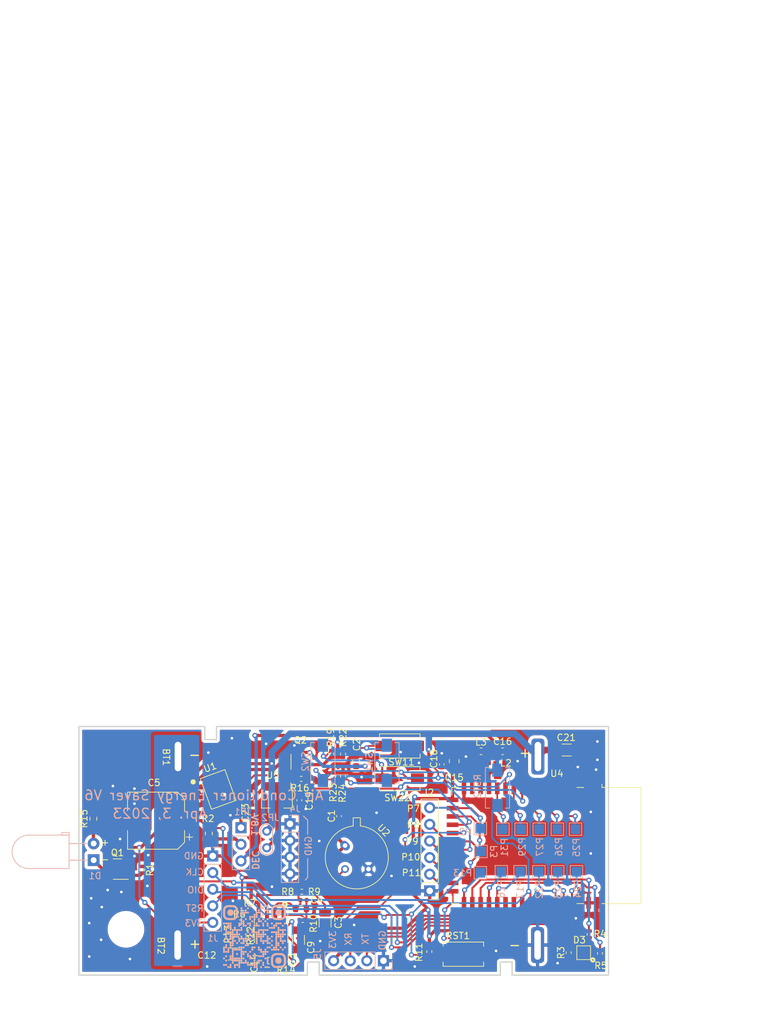
<source format=kicad_pcb>
(kicad_pcb (version 20211014) (generator pcbnew)
  (layers (0 "F.Cu" signal) (31 "B.Cu" signal) (34 "B.Paste" user) (35 "F.Paste" user) (36 "B.SilkS" user "B.Silkscreen") (37 "F.SilkS" user "F.Silkscreen") (38 "B.Mask" user) (39 "F.Mask" user) (44 "Edge.Cuts" user))
  (net 0 "")
  (net 1 "GND")
  (net 2 "Net-(D1-Pad1)")
  (net 3 "Net-(C2-Pad1)")
  (net 4 "Net-(C3-Pad1)")
  (net 5 "Net-(C4-Pad1)")
  (net 6 "Net-(C4-Pad2)")
  (net 7 "Net-(C9-Pad1)")
  (net 8 "Net-(C14-Pad1)")
  (net 9 "Net-(C12-Pad2)")
  (net 10 "/PIR")
  (net 11 "/OP_VCC")
  (net 12 "Net-(D1-Pad2)")
  (net 13 "Net-(D3-Pad1)")
  (net 14 "Net-(D3-Pad2)")
  (net 15 "Net-(D3-Pad4)")
  (net 16 "/RESET")
  (net 17 "/SWCLK")
  (net 18 "/SWDIO")
  (net 19 "Net-(L2-Pad2)")
  (net 20 "Net-(L3-Pad2)")
  (net 21 "/IR1")
  (net 22 "/LED_B")
  (net 23 "/LED_G")
  (net 24 "/LED_R")
  (net 25 "Net-(R7-Pad1)")
  (net 26 "/TX")
  (net 27 "/RX")
  (net 28 "Net-(J2-Pad2)")
  (net 29 "Net-(R19-Pad1)")
  (net 30 "Net-(R22-Pad1)")
  (net 31 "/SW2")
  (net 32 "/SW1")
  (net 33 "/IR_IN")
  (net 34 "+3V0")
  (net 35 "Net-(BT1-Pad2)")
  (net 36 "+1V8")
  (net 37 "/DEC4")
  (net 38 "Net-(JP1-Pad2)")
  (net 39 "Net-(Q1-Pad1)")
  (net 43 "Net-(C19-Pad1)")
  (net 44 "Net-(J2-Pad3)")
  (net 45 "Net-(J2-Pad4)")
  (net 46 "Net-(J2-Pad5)")
  (net 47 "Net-(J2-Pad6)")
  (net 48 "Net-(P3-Pad1)")
  (net 49 "Net-(P13-Pad1)")
  (net 50 "Net-(P16-Pad1)")
  (net 52 "Net-(P17-Pad1)")
  (net 53 "/DRV_IR")
  (net 54 "Net-(P23-Pad1)")
  (net 55 "Net-(P24-Pad1)")
  (net 56 "Net-(P25-Pad1)")
  (net 57 "Net-(P26-Pad1)")
  (net 58 "Net-(P27-Pad1)")
  (net 59 "Net-(P29-Pad1)")
  (net 60 "Net-(P31-Pad1)")
  (net 61 "Net-(P22-Pad1)")
  (net 62 "Net-(R13-Pad2)")
  (footprint "Capacitor_SMD:CP_Elec_8x10.5" (layer "F.Cu") (at 110.8 87.7 180)
    (fp_text reference "C5")
    (fp_text value "1000uF")
  )
  (footprint "Motion_sense:IRM-H638" (layer "F.Cu") (at 120.301 82.931 -70)
    (fp_text reference "U1")
    (fp_text value "IRM-H638T/TR2")
  )
  (footprint "Resistor_SMD:R_0402_1005Metric" (layer "F.Cu") (at 178.7 107.98 90)
    (fp_text reference "R5")
    (fp_text value "1K")
  )
  (footprint "Button_Switch_SMD:SW_SPST_EVQPE1" (layer "F.Cu") (at 148.082 76.28 180)
    (fp_text reference "SW11")
    (fp_text value "SW_Push")
  )
  (footprint "Resistor_SMD:R_0402_1005Metric" (layer "F.Cu") (at 123.698 103.251)
    (fp_text reference "R6")
    (fp_text value "13K")
  )
  (footprint "Package_TO_SOT_SMD:SOT-23" (layer "F.Cu") (at 133 78.2 90)
    (fp_text reference "Q2")
    (fp_text value "AO3401A")
  )
  (footprint "Capacitor_SMD:C_1206_3216Metric" (layer "F.Cu") (at 136.652 103.251 -90)
    (fp_text reference "C3")
    (fp_text value "22uF")
  )
  (footprint "Button_Switch_SMD:SW_SPST_EVQPE1" (layer "F.Cu") (at 157.8 108.1 180)
    (fp_text reference "RST1")
    (fp_text value "SW_Push")
  )
  (footprint "Capacitor_SMD:C_0603_1608Metric" (layer "F.Cu") (at 163.8 77.1)
    (fp_text reference "C16")
    (fp_text value "1uF")
  )
  (footprint "Connector_PinHeader_2.54mm:PinHeader_1x06_P2.54mm_Vertical" (layer "F.Cu") (at 152.654 98.425 180)
    (fp_text reference "J2")
    (fp_text value "Conn_01x06_Male")
  )
  (footprint "Resistor_SMD:R_0402_1005Metric" (layer "F.Cu") (at 152.6 107.7 90)
    (fp_text reference "R11")
    (fp_text value "10K")
  )
  (footprint "Resistor_SMD:R_0402_1005Metric" (layer "F.Cu") (at 133 81.3 180)
    (fp_text reference "R16")
    (fp_text value "47K")
  )
  (footprint "Resistor_SMD:R_0402_1005Metric" (layer "F.Cu") (at 108.7 95.2 -90)
    (fp_text reference "R1")
    (fp_text value "4.7K")
  )
  (footprint "RF_Module:E73-2G4M04S" (layer "F.Cu") (at 170.5 91.5 -90)
    (fp_text reference "U4")
    (fp_text value "E73-2G4M04S-52810")
  )
  (footprint "Inductor_SMD:L_0603_1608Metric" (layer "F.Cu") (at 160.5 77.1 180)
    (fp_text reference "L3")
    (fp_text value "10uH")
  )
  (footprint "Resistor_SMD:R_0402_1005Metric" (layer "F.Cu") (at 124.206 105.537 -90)
    (fp_text reference "R12")
    (fp_text value "470K")
  )
  (footprint "Resistor_SMD:R_0603_1608Metric" (layer "F.Cu") (at 118.872 89.662 -90)
    (fp_text reference "R2")
    (fp_text value "4.7K")
  )
  (footprint "Resistor_SMD:R_0603_1608Metric" (layer "F.Cu") (at 101.219 87.4 90)
    (fp_text reference "R15")
    (fp_text value "22R")
  )
  (footprint "Capacitor_SMD:C_0402_1005Metric" (layer "F.Cu") (at 154.5 79.1 90)
    (fp_text reference "C18")
    (fp_text value "100nF")
  )
  (footprint "Resistor_SMD:R_0402_1005Metric" (layer "F.Cu") (at 137.9 80.9 -90)
    (fp_text reference "R23")
    (fp_text value "10K")
  )
  (footprint "Resistor_SMD:R_0402_1005Metric" (layer "F.Cu") (at 133.096 98.552)
    (fp_text reference "R8")
    (fp_text value "10K")
  )
  (footprint "Resistor_SMD:R_0402_1005Metric" (layer "F.Cu") (at 133.223 102.87 180)
    (fp_text reference "R10")
    (fp_text value "30K")
  )
  (footprint "Resistor_SMD:R_0402_1005Metric" (layer "F.Cu") (at 137.6 77.5 -90)
    (fp_text reference "R19")
    (fp_text value "0R")
  )
  (footprint "Package_TO_SOT_SMD:SOT-89-3" (layer "F.Cu") (at 129.286 84.1125 -90)
    (fp_text reference "U5")
    (fp_text value "HT7218")
  )
  (footprint "Capacitor_SMD:C_0402_1005Metric" (layer "F.Cu") (at 132.715 84.582 90)
    (fp_text reference "C19")
    (fp_text value "100nF")
  )
  (footprint "Motion_sense:FM-B2020RGBA-HG" (layer "F.Cu") (at 176.2 107.88 180)
    (fp_text reference "D3")
    (fp_text value "LED_RGBA")
  )
  (footprint "Capacitor_SMD:C_0603_1608Metric" (layer "F.Cu") (at 141.4 78.6 90)
    (fp_text reference "C2")
    (fp_text value "4.7uF")
  )
  (footprint "Button_Switch_SMD:SW_SPST_EVQPE1" (layer "F.Cu") (at 148.082 81.28 180)
    (fp_text reference "SW22")
    (fp_text value "SW_Push")
  )
  (footprint "Resistor_SMD:R_0402_1005Metric" (layer "F.Cu") (at 125.857 99.06 180)
    (fp_text reference "R7")
    (fp_text value "47K")
  )
  (footprint "Resistor_SMD:R_0603_1608Metric" (layer "F.Cu") (at 132.969 101.219)
    (fp_text reference "R9")
    (fp_text value "2.1M")
  )
  (footprint "Capacitor_SMD:C_0402_1005Metric" (layer "F.Cu") (at 125.5 85.758 -90)
    (fp_text reference "C23")
    (fp_text value "100nF")
  )
  (footprint "Package_TO_SOT_THT:TO-39-3" (layer "F.Cu") (at 139.703949 91.503949 -45)
    (fp_text reference "U2")
    (fp_text value "PIR203A-S0")
  )
  (footprint "Package_SO:SOIC-8_3.9x4.9mm_P1.27mm" (layer "F.Cu") (at 128.397 104.394 -90)
    (fp_text reference "U3")
    (fp_text value "RS8032XK")
  )
  (footprint "Capacitor_SMD:C_0805_2012Metric" (layer "F.Cu") (at 156.4 78.6 90)
    (fp_text reference "C15")
    (fp_text value "4.7uF")
  )
  (footprint "Capacitor_SMD:C_1206_3216Metric" (layer "F.Cu") (at 132.588 105.918 -90)
    (fp_text reference "C9")
    (fp_text value "10uF")
  )
  (footprint "Motion_sense:AA Batt" (layer "F.Cu") (at 140.85 106.7 180)
    (fp_text reference "BT2")
    (fp_text value "Battery_Cell")
  )
  (footprint "Capacitor_SMD:C_0402_1005Metric" (layer "F.Cu") (at 133.35 99.822)
    (fp_text reference "C4")
    (fp_text value "10nF")
  )
  (footprint "Package_TO_SOT_SMD:SOT-23" (layer "F.Cu") (at 104.9 95.1 180)
    (fp_text reference "Q1")
    (fp_text value "BC817-40")
  )
  (footprint "Resistor_SMD:R_0402_1005Metric" (layer "F.Cu") (at 177.125 105.08 90)
    (fp_text reference "R4")
    (fp_text value "1K")
  )
  (footprint "Inductor_SMD:L_0402_1005Metric" (layer "F.Cu") (at 162.2 78.9 180)
    (fp_text reference "L2")
    (fp_text value "15nH")
  )
  (footprint "Capacitor_SMD:C_1206_3216Metric" (layer "F.Cu") (at 173.6 76.9 180)
    (fp_text reference "C21")
    (fp_text value "10uF")
  )
  (footprint "Capacitor_SMD:C_0603_1608Metric" (layer "F.Cu") (at 128.016 109.093)
    (fp_text reference "C14")
    (fp_text value "20nF")
  )
  (footprint "Capacitor_SMD:C_1206_3216Metric" (layer "F.Cu") (at 122.555 108.077)
    (fp_text reference "C12")
    (fp_text value "10uF")
  )
  (footprint "Resistor_SMD:R_0402_1005Metric" (layer "F.Cu") (at 173.9 107.88 90)
    (fp_text reference "R3")
    (fp_text value "1K")
  )
  (footprint "Capacitor_SMD:C_0402_1005Metric" (layer "F.Cu") (at 138.8 87 90)
    (fp_text reference "C1")
    (fp_text value "10nF")
  )
  (footprint "Resistor_SMD:R_0402_1005Metric" (layer "F.Cu") (at 123.063 105.537 90)
    (fp_text reference "R13")
    (fp_text value "300K")
  )
  (footprint "Resistor_SMD:R_0402_1005Metric" (layer "F.Cu") (at 139.4 77.5 -90)
    (fp_text reference "R22")
    (fp_text value "0R")
  )
  (footprint "Resistor_SMD:R_0402_1005Metric" (layer "F.Cu") (at 128.016 110.493)
    (fp_text reference "R14")
    (fp_text value "1M")
  )
  (footprint "Motion_sense:Mounting Hole 2.3mm" (layer "F.Cu") (at 106.2 104.3)
    (fp_text reference "H1")
    (fp_text value "MountingHole")
  )
  (footprint "Motion_sense:AA Batt" (layer "F.Cu") (at 142.45 77.9)
    (fp_text reference "BT1")
    (fp_text value "Battery_Cell")
  )
  (footprint "Resistor_SMD:R_0402_1005Metric" (layer "F.Cu") (at 139.4 80.9 -90)
    (fp_text reference "R24")
    (fp_text value "10K")
  )
  (footprint "TestPoint:TestPoint_Pad_1.5x1.5mm" (layer "B.Cu") (at 166.475 95.5 -90)
    (fp_text reference "P17")
    (fp_text value "TestPoint")
  )
  (footprint "Button_Switch_SMD:SW_SPST_EVQPE1" (layer "B.Cu") (at 146.113 78.867 90)
    (fp_text reference "SW1")
    (fp_text value "SW_Push")
  )
  (footprint "TestPoint:TestPoint_Pad_1.5x1.5mm" (layer "B.Cu") (at 163.85 89 -90)
    (fp_text reference "P31")
    (fp_text value "TestPoint")
  )
  (footprint "Connector_PinHeader_2.54mm:PinHeader_1x03_P2.54mm_Vertical" (layer "B.Cu") (at 123.793 88.773 180)
    (fp_text reference "JP1")
    (fp_text value "Jumper_3_Bridged12")
  )
  (footprint "TestPoint:TestPoint_Pad_1.5x1.5mm" (layer "B.Cu") (at 172.175 89 -90)
    (fp_text reference "P26")
    (fp_text value "TestPoint")
  )
  (footprint "Connector_PinHeader_2.54mm:PinHeader_1x04_P2.54mm_Vertical" (layer "B.Cu") (at 131.286 88.186 180)
    (fp_text reference "J4")
    (fp_text value "Conn_01x04_Male")
  )
  (footprint "TestPoint:TestPoint_Pad_1.5x1.5mm" (layer "B.Cu") (at 169.35 95.5 -90)
    (fp_text reference "P22")
    (fp_text value "TestPoint")
  )
  (footprint "TestPoint:TestPoint_Pad_1.5x1.5mm" (layer "B.Cu") (at 174.95 89 -90)
    (fp_text reference "P25")
    (fp_text value "TestPoint")
  )
  (footprint "Button_Switch_SMD:SW_SPST_EVQPE1" (layer "B.Cu") (at 136.313 78.867 90)
    (fp_text reference "SW2")
    (fp_text value "SW_Push")
  )
  (footprint "Connector_PinHeader_2.54mm:PinHeader_1x05_P2.54mm_Vertical" (layer "B.Cu") (at 119.475 93.096 180)
    (fp_text reference "J1")
    (fp_text value "Conn_01x05_Male")
  )
  (footprint "Connector_PinHeader_2.54mm:PinHeader_1x04_P2.54mm_Vertical" (layer "B.Cu") (at 145.58 109.1 90)
    (fp_text reference "J5")
    (fp_text value "Conn_01x04_Male")
  )
  (footprint "TestPoint:TestPoint_Pad_1.5x1.5mm" (layer "B.Cu") (at 160.5 92.4 180)
    (fp_text reference "P3")
    (fp_text value "TestPoint")
  )
  (footprint "TestPoint:TestPoint_Pad_1.5x1.5mm" (layer "B.Cu") (at 160.4 88.9 180)
    (fp_text reference "P2")
    (fp_text value "TestPoint")
  )
  (footprint "LOGO" (layer "B.Cu") (at 125.857 105.41 180)
    (fp_text reference "G***")
    (fp_text value "LOGO" hide)
  )
  (footprint "TestPoint:TestPoint_Pad_1.5x1.5mm" (layer "B.Cu") (at 163.6 95.5 -90)
    (fp_text reference "P16")
    (fp_text value "TestPoint")
  )
  (footprint "TestPoint:TestPoint_Pad_1.5x1.5mm" (layer "B.Cu") (at 166.625 89 -90)
    (fp_text reference "P29")
    (fp_text value "TestPoint")
  )
  (footprint "TestPoint:TestPoint_Pad_1.5x1.5mm" (layer "B.Cu") (at 160.4 95.65 -90)
    (fp_text reference "P13")
    (fp_text value "TestPoint")
  )
  (footprint "TestPoint:TestPoint_Pad_1.5x1.5mm" (layer "B.Cu") (at 172.225 95.5 -90)
    (fp_text reference "P23")
    (fp_text value "TestPoint")
  )
  (footprint "Button_Switch_SMD:SW_SPST_EVQPE1" (layer "B.Cu") (at 163.02 82.677 -90)
    (fp_text reference "RST2")
    (fp_text value "SW_Push")
  )
  (footprint "TestPoint:TestPoint_2Pads_Pitch2.54mm_Drill0.8mm" (layer "B.Cu") (at 127.73 89.301 -90)
    (fp_text reference "JP2")
    (fp_text value "Jumper_2_Open")
  )
  (footprint "LED_THT:LED_D5.0mm_Horizontal_O3.81mm_Z3.0mm" (layer "B.Cu") (at 101.254 93.731 90)
    (fp_text reference "D1")
    (fp_text value "IR333-A")
  )
  (footprint "TestPoint:TestPoint_Pad_1.5x1.5mm" (layer "B.Cu") (at 169.4 89 -90)
    (fp_text reference "P27")
    (fp_text value "TestPoint")
  )
  (footprint "TestPoint:TestPoint_Pad_1.5x1.5mm" (layer "B.Cu") (at 175.1 95.5 -90)
    (fp_text reference "P24")
    (fp_text value "TestPoint")
  )
  (gr_line (start 133.985 87.63) (end 133.985 89.789) (layer "B.SilkS") (width 0.15))
  (gr_line (start 133.985 96.393) (end 133.985 93.472) (layer "B.SilkS") (width 0.15))
  (gr_line (start 133.35 86.995) (end 133.985 87.63) (layer "B.SilkS") (width 0.15))
  (gr_line (start 133.604 96.774) (end 133.985 96.393) (layer "B.SilkS") (width 0.15))
  (gr_line (start 99 73.3) (end 118.25 73.3) (layer "Edge.Cuts") (width 0.2))
  (gr_line (start 120.05 75.3) (end 120.05 73.3) (layer "Edge.Cuts") (width 0.2))
  (gr_line (start 133.95 111.3) (end 133.95 109.3) (layer "Edge.Cuts") (width 0.2))
  (gr_line (start 163.45 109.3) (end 165.25 109.3) (layer "Edge.Cuts") (width 0.2))
  (gr_line (start 135.75 111.3) (end 163.45 111.3) (layer "Edge.Cuts") (width 0.2))
  (gr_line (start 99 111.3) (end 133.95 111.3) (layer "Edge.Cuts") (width 0.2))
  (gr_line (start 118.25 73.3) (end 118.25 75.3) (layer "Edge.Cuts") (width 0.2))
  (gr_line (start 133.95 109.3) (end 135.75 109.3) (layer "Edge.Cuts") (width 0.2))
  (gr_line (start 118.25 75.3) (end 120.05 75.3) (layer "Edge.Cuts") (width 0.2))
  (gr_line (start 120.05 73.3) (end 180 73.3) (layer "Edge.Cuts") (width 0.2))
  (gr_line (start 135.75 109.3) (end 135.75 111.3) (layer "Edge.Cuts") (width 0.2))
  (gr_line (start 180 73.3) (end 180 111.3) (layer "Edge.Cuts") (width 0.2))
  (gr_line (start 163.45 111.3) (end 163.45 109.3) (layer "Edge.Cuts") (width 0.2))
  (gr_line (start 99 111.3) (end 99 73.3) (layer "Edge.Cuts") (width 0.2))
  (gr_line (start 165.25 109.3) (end 165.25 111.3) (layer "Edge.Cuts") (width 0.2))
  (gr_line (start 165.25 111.3) (end 180 111.3) (layer "Edge.Cuts") (width 0.2))
  (gr_text "RX" (at 140.215 105.791 90) (layer "B.SilkS") (effects (font (size 1 1)) (justify mirror)))
  (gr_text "TX" (at 142.815 105.791 90) (layer "B.SilkS") (effects (font (size 1 1)) (justify mirror)))
  (gr_text "3V3" (at 116.586 103.378) (layer "B.SilkS") (effects (font (size 1 1)) (justify mirror)))
  (gr_text "GND" (at 116.586 93.091) (layer "B.SilkS") (effects (font (size 1 1)) (justify mirror)))
  (gr_text "CLK" (at 116.713 95.552) (layer "B.SilkS") (effects (font (size 1 1)) (justify mirror)))
  (gr_text "RST" (at 116.713 101.092) (layer "B.SilkS") (effects (font (size 1 1)) (justify mirror)))
  (gr_text "Air Conditioner Energy Saver V6" (at 118.11 83.82) (layer "B.SilkS") (effects (font (size 1.5 1.5) (thickness 0.2)) (justify mirror)))
  (gr_text "3V3" (at 137.815 105.891 90) (layer "B.SilkS") (effects (font (size 1 1)) (justify mirror)))
  (gr_text "1.8V" (at 125.857 88.392 270) (layer "B.SilkS") (effects (font (size 1 1) (thickness 0.2)) (justify mirror)))
  (gr_text "GND" (at 134.112 91.567 90) (layer "B.SilkS") (effects (font (size 1 1)) (justify mirror)))
  (gr_text "DIO" (at 116.84 98.298) (layer "B.SilkS") (effects (font (size 1 1)) (justify mirror)))
  (gr_text "Apr. 3, 2023" (at 111.379 86.614) (layer "B.SilkS") (effects (font (size 1.5 1.5) (thickness 0.2)) (justify mirror)))
  (gr_text "GND" (at 145.415 105.991 90) (layer "B.SilkS") (effects (font (size 1 1)) (justify mirror)))
  (gr_text "DEC" (at 125.984 93.726 270) (layer "B.SilkS") (effects (font (size 1 1) (thickness 0.2)) (justify mirror)))
  (gr_text "P9" (at 149.96 90.852) (layer "F.SilkS") (effects (font (size 1 1))))
  (gr_text "P7" (at 150.16 85.852) (layer "F.SilkS") (effects (font (size 1 1))))
  (gr_text "P8" (at 150.16 88.352) (layer "F.SilkS") (effects (font (size 1 1))))
  (gr_text "P11" (at 149.86 95.652) (layer "F.SilkS") (effects (font (size 1 1))))
  (gr_text "+" (at 103 91) (layer "F.SilkS") (effects (font (size 1 1))))
  (gr_text "-" (at 103 93.6) (layer "F.SilkS") (effects (font (size 1 1))))
  (gr_text "P10" (at 149.76 93.252) (layer "F.SilkS") (effects (font (size 1 1))))
  (segment (start 140.27548 78.22452) (end 140.27548 80.12452) (width 0.5) (layer "F.Cu") (net 1))
  (segment (start 154.5 78.62) (end 154.5 77.4) (width 0.3) (layer "F.Cu") (net 1))
  (segment (start 139.4 80.39) (end 137.9 80.39) (width 0.5) (layer "F.Cu") (net 1))
  (segment (start 141.2 78.025) (end 140.475 78.025) (width 0.5) (layer "F.Cu") (net 1))
  (segment (start 140.01 80.39) (end 139.4 80.39) (width 0.5) (layer "F.Cu") (net 1))
  (segment (start 140.27548 80.12452) (end 140.01 80.39) (width 0.5) (layer "F.Cu") (net 1))
  (segment (start 140.475 78.025) (end 140.27548 78.22452) (width 0.5) (layer "F.Cu") (net 1))
  (via (at 162.8 107.6) (size 0.8) (drill 0.4) (layers "F.Cu" "B.Cu") (net 1))
  (via (at 144.526 86.487) (size 0.8) (drill 0.4) (layers "F.Cu" "B.Cu") (net 1))
  (via (at 175.3 79.5) (size 0.8) (drill 0.4) (layers "F.Cu" "B.Cu") (net 1))
  (via (at 172.212 109.474) (size 0.8) (drill 0.4) (layers "F.Cu" "B.Cu") (net 1))
  (via (at 104.2 82.4) (size 0.8) (drill 0.4) (layers "F.Cu" "B.Cu") (net 1))
  (via (at 178.3 75.6) (size 0.8) (drill 0.4) (layers "F.Cu" "B.Cu") (net 1))
  (via (at 118.8 77.3) (size 0.8) (drill 0.4) (layers "F.Cu" "B.Cu") (net 1))
  (via (at 177.292 86.36) (size 0.8) (drill 0.4) (layers "F.Cu" "B.Cu") (net 1))
  (via (at 166.1 78.6) (size 0.8) (drill 0.4) (layers "F.Cu" "B.Cu") (net 1))
  (via (at 141.097 103.632) (size 0.8) (drill 0.4) (layers "F.Cu" "B.Cu") (net 1))
  (via (at 150.368 109.982) (size 0.8) (drill 0.4) (layers "F.Cu" "B.Cu") (net 1))
  (via (at 103.4 98.3) (size 0.8) (drill 0.4) (layers "F.Cu" "B.Cu") (net 1))
  (via (at 127.635 75.946) (size 0.8) (drill 0.4) (layers "F.Cu" "B.Cu") (net 1))
  (via (at 135.763 90.805) (size 0.8) (drill 0.4) (layers "F.Cu" "B.Cu") (net 1))
  (via (at 142.24 81.026) (size 0.8) (drill 0.4) (layers "F.Cu" "B.Cu") (net 1))
  (via (at 105.5 98.6) (size 0.8) (drill 0.4) (layers "F.Cu" "B.Cu") (net 1))
  (via (at 133.7 85.9) (size 0.8) (drill 0.4) (layers "F.Cu" "B.Cu") (net 1))
  (via (at 100.584 108.458) (size 0.8) (drill 0.4) (layers "F.Cu" "B.Cu") (net 1))
  (via (at 107.5 85.1) (size 0.8) (drill 0.4) (layers "F.Cu" "B.Cu") (net 1))
  (via (at 158.2 77.9) (size 0.8) (drill 0.4) (layers "F.Cu" "B.Cu") (net 1))
  (via (at 118.618 109.982) (size 0.8) (drill 0.4) (layers "F.Cu" "B.Cu") (net 1))
  (via (at 122.555 99.949) (size 0.8) (drill 0.4) (layers "F.Cu" "B.Cu") (net 1))
  (via (at 100.584 103.358) (size 0.8) (drill 0.4) (layers "F.Cu" "B.Cu") (net 1))
  (via (at 106.807 108.839) (size 0.8) (drill 0.4) (layers "F.Cu" "B.Cu") (net 1))
  (via (at 148.209 77.216) (size 0.8) (drill 0.4) (layers "F.Cu" "B.Cu") (net 1))
  (via (at 134.62 81.788) (size 0.8) (drill 0.4) (layers "F.Cu" "B.Cu") (net 1))
  (via (at 107.5 93.1) (size 0.8) (drill 0.4) (layers "F.Cu" "B.Cu") (net 1))
  (via (at 154.5 77.4) (size 0.8) (drill 0.4) (layers "F.Cu" "B.Cu") (net 1))
  (via (at 146.812 96.139) (size 0.8) (drill 0.4) (layers "F.Cu" "B.Cu") (net 1))
  (via (at 178.3 78.4) (size 0.8) (drill 0.4) (layers "F.Cu" "B.Cu") (net 1))
  (via (at 100.884 99.558) (size 0.8) (drill 0.4) (layers "F.Cu" "B.Cu") (net 1))
  (via (at 151.003 78.867) (size 0.8) (drill 0.4) (layers "F.Cu" "B.Cu") (net 1))
  (via (at 121.285 83.693) (size 0.8) (drill 0.4) (layers "F.Cu" "B.Cu") (net 1))
  (via (at 131.953 76.2) (size 0.8) (drill 0.4) (layers "F.Cu" "B.Cu") (net 1))
  (via (at 109.474 97.663) (size 0.8) (drill 0.4) (layers "F.Cu" "B.Cu") (net 1))
  (via (at 135.9 106.1) (size 0.8) (drill 0.4) (layers "F.Cu" "B.Cu") (net 1))
  (via (at 177.292 92.71) (size 0.8) (drill 0.4) (layers "F.Cu" "B.Cu") (net 1))
  (via (at 105.3 90.5) (size 0.8) (drill 0.4) (layers "F.Cu" "B.Cu") (net 1))
  (via (at 107.5 82.8) (size 0.8) (drill 0.4) (layers "F.Cu" "B.Cu") (net 1))
  (via (at 128.524 97.79) (size 0.8) (drill 0.4) (layers "F.Cu" "B.Cu") (net 1))
  (via (at 109.601 92.964) (size 0.8) (drill 0.4) (layers "F.Cu" "B.Cu") (net 1))
  (via (at 102.5 100.9) (size 0.8) (drill 0.4) (layers "F.Cu" "B.Cu") (net 1))
  (via (at 178.1 79.9) (size 0.8) (drill 0.4) (layers "F.Cu" "B.Cu") (net 1))
  (via (at 102.4 105.9) (size 0.8) (drill 0.4) (layers "F.Cu" "B.Cu") (net 1))
  (via (at 122.4 75.1) (size 0.8) (drill 0.4) (layers "F.Cu" "B.Cu") (net 1))
  (via (at 122.174 86.868) (size 0.8) (drill 0.4) (layers "F.Cu" "B.Cu") (net 1))
  (via (at 175.006 102.616) (size 0.8) (drill 0.4) (layers "F.Cu" "B.Cu") (net 1))
  (segment (start 103.9625 95.1) (end 102.623 95.1) (width 0.5) (layer "F.Cu") (net 2))
  (segment (start 102.623 95.1) (end 101.123 93.6) (width 0.5) (layer "F.Cu") (net 2))
  (segment (start 101.123 93.6) (end 100.7 93.6) (width 0.5) (layer "F.Cu") (net 2))
  (segment (start 133 77.2625) (end 134.2625 77.2625) (width 0.5) (layer "F.Cu") (net 3))
  (segment (start 133 77.2625) (end 131.3985 77.2625) (width 0.5) (layer "F.Cu") (net 3))
  (segment (start 134.2625 77.2625) (end 134.3 77.3) (width 0.5) (layer "F.Cu") (net 3))
  (segment (start 128.778 79.883) (end 123.454475 79.883) (width 0.5) (layer "F.Cu") (net 3))
  (segment (start 142.748 79.375) (end 141.4 79.375) (width 0.5) (layer "F.Cu") (net 3))
  (segment (start 131.3985 77.2625) (end 128.778 79.883) (width 0.5) (layer "F.Cu") (net 3))
  (segment (start 123.454475 79.883) (end 122.591743 80.745732) (width 0.5) (layer "F.Cu") (net 3))
  (via (at 142.748 79.375) (size 0.8) (drill 0.4) (layers "F.Cu" "B.Cu") (net 3))
  (via (at 134.3 77.3) (size 0.8) (drill 0.4) (layers "F.Cu" "B.Cu") (net 3))
  (segment (start 142.723 79.4) (end 136.4 79.4) (width 0.5) (layer "B.Cu") (net 3))
  (segment (start 142.748 79.375) (end 142.723 79.4) (width 0.5) (layer "B.Cu") (net 3))
  (segment (start 136.4 79.4) (end 134.3 77.3) (width 0.5) (layer "B.Cu") (net 3))
  (segment (start 136.652 100.584) (end 134.62 98.552) (width 0.3) (layer "F.Cu") (net 4))
  (segment (start 136.652 101.776) (end 136.652 100.584) (width 0.3) (layer "F.Cu") (net 4))
  (segment (start 134.62 98.552) (end 133.479 98.552) (width 0.3) (layer "F.Cu") (net 4))
  (segment (start 131.255 100.33) (end 129.413 100.33) (width 0.3) (layer "F.Cu") (net 5))
  (segment (start 129.413 100.33) (end 129.032 100.711) (width 0.3) (layer "F.Cu") (net 5))
  (segment (start 132.586 98.552) (end 132.586 99.538) (width 0.3) (layer "F.Cu") (net 5))
  (segment (start 129.032 100.711) (end 129.032 101.919) (width 0.3) (layer "F.Cu") (net 5))
  (segment (start 132.586 99.538) (end 132.87 99.822) (width 0.3) (layer "F.Cu") (net 5))
  (segment (start 132.87 100.493) (end 132.144 101.219) (width 0.3) (layer "F.Cu") (net 5))
  (segment (start 132.144 101.219) (end 131.255 100.33) (width 0.3) (layer "F.Cu") (net 5))
  (segment (start 132.87 99.822) (end 132.87 100.493) (width 0.3) (layer "F.Cu") (net 5))
  (segment (start 133.794 99.858) (end 133.83 99.822) (width 0.3) (layer "F.Cu") (net 6))
  (segment (start 130.491 102.108) (end 132.971 102.108) (width 0.3) (layer "F.Cu") (net 6))
  (segment (start 132.971 102.108) (end 133.733 102.87) (width 0.3) (layer "F.Cu") (net 6))
  (segment (start 133.794 101.219) (end 133.794 102.809) (width 0.3) (layer "F.Cu") (net 6))
  (segment (start 133.794 102.809) (end 133.733 102.87) (width 0.3) (layer "F.Cu") (net 6))
  (segment (start 133.794 101.219) (end 133.794 99.858) (width 0.3) (layer "F.Cu") (net 6))
  (segment (start 130.302 101.919) (end 130.491 102.108) (width 0.3) (layer "F.Cu") (net 6))
  (segment (start 132.713 104.318) (end 132.588 104.443) (width 0.3) (layer "F.Cu") (net 7))
  (segment (start 132.713 102.87) (end 132.713 104.318) (width 0.3) (layer "F.Cu") (net 7))
  (segment (start 127.241 109.093) (end 127.241 110.228) (width 0.3) (layer "F.Cu") (net 8))
  (segment (start 130.429 104.902) (end 132.588 107.061) (width 0.3) (layer "F.Cu") (net 8))
  (segment (start 127.762 106.869) (end 127.762 105.41) (width 0.3) (layer "F.Cu") (net 8))
  (segment (start 127.762 105.41) (end 128.27 104.902) (width 0.3) (layer "F.Cu") (net 8))
  (segment (start 128.27 104.902) (end 130.429 104.902) (width 0.3) (layer "F.Cu") (net 8))
  (segment (start 127.241 110.228) (end 127.506 110.493) (width 0.3) (layer "F.Cu") (net 8))
  (segment (start 127.762 108.572) (end 127.241 109.093) (width 0.3) (layer "F.Cu") (net 8))
  (segment (start 127.762 106.869) (end 127.762 108.572) (width 0.3) (layer "F.Cu") (net 8))
  (segment (start 132.588 107.061) (end 132.588 107.393) (width 0.3) (layer "F.Cu") (net 8))
  (segment (start 124.206 106.047) (end 124.206 107.901) (width 0.3) (layer "F.Cu") (net 9))
  (segment (start 125.67 106.047) (end 126.492 106.869) (width 0.3) (layer "F.Cu") (net 9))
  (segment (start 123.063 106.047) (end 124.206 106.047) (width 0.3) (layer "F.Cu") (net 9))
  (segment (start 124.206 106.047) (end 125.67 106.047) (width 0.3) (layer "F.Cu") (net 9))
  (segment (start 124.206 107.901) (end 124.03 108.077) (width 0.3) (layer "F.Cu") (net 9))
  (segment (start 133.6675 108.585) (end 135.509 108.585) (width 0.3) (layer "F.Cu") (net 10))
  (segment (start 141.7 100.9) (end 139.2 103.4) (width 0.254) (layer "F.Cu") (net 10))
  (segment (start 156.15 89.595) (end 157.801 89.595) (width 0.3) (layer "F.Cu") (net 10))
  (segment (start 128.791 109.093) (end 128.791 110.228) (width 0.3) (layer "F.Cu") (net 10))
  (segment (start 148.9 97) (end 145 100.9) (width 0.254) (layer "F.Cu") (net 10))
  (segment (start 157.801 89.595) (end 157.861 89.535) (width 0.3) (layer "F.Cu") (net 10))
  (segment (start 135.509 108.585) (end 139.2 104.894) (width 0.3) (layer "F.Cu") (net 10))
  (segment (start 139.2 104.894) (end 139.2 103.4) (width 0.3) (layer "F.Cu") (net 10))
  (segment (start 145 100.9) (end 141.7 100.9) (width 0.254) (layer "F.Cu") (net 10))
  (segment (start 128.791 110.228) (end 128.526 110.493) (width 0.3) (layer "F.Cu") (net 10))
  (segment (start 129.032 106.869) (end 129.032 108.852) (width 0.3) (layer "F.Cu") (net 10))
  (segment (start 129.032 108.852) (end 128.791 109.093) (width 0.3) (layer "F.Cu") (net 10))
  (segment (start 148.9 90.6) (end 148.9 97) (width 0.254) (layer "F.Cu") (net 10))
  (segment (start 131.7595 110.493) (end 133.6675 108.585) (width 0.3) (layer "F.Cu") (net 10))
  (segment (start 128.526 110.493) (end 131.7595 110.493) (width 0.3) (layer "F.Cu") (net 10))
  (via (at 148.9 90.6) (size 0.8) (drill 0.4) (layers "F.Cu" "B.Cu") (net 10))
  (via (at 157.861 89.535) (size 0.8) (drill 0.4) (layers "F.Cu" "B.Cu") (net 10))
  (segment (start 149.965 89.535) (end 157.861 89.535) (width 0.254) (layer "B.Cu") (net 10))
  (segment (start 148.9 90.6) (end 149.965 89.535) (width 0.254) (layer "B.Cu") (net 10))
  (segment (start 123.952 99.695) (end 125.349 101.092) (width 0.3) (layer "F.Cu") (net 11))
  (segment (start 124.589 105.027) (end 124.206 105.027) (width 0.3) (layer "F.Cu") (net 11))
  (segment (start 114.5 87.7) (end 117.735 87.7) (width 0.5) (layer "F.Cu") (net 11))
  (segment (start 130.937 103.759) (end 125.349 103.759) (width 0.3) (layer "F.Cu") (net 11))
  (segment (start 131.572 97.409) (end 130.048 97.409) (width 0.5) (layer "F.Cu") (net 11))
  (segment (start 117.735 87.7) (end 118.872 88.837) (width 0.5) (layer "F.Cu") (net 11))
  (segment (start 123.952 96.393) (end 123.952 99.695) (width 0.3) (layer "F.Cu") (net 11))
  (segment (start 131.826 109.22) (end 130.302 107.696) (width 0.3) (layer "F.Cu") (net 11))
  (segment (start 130.048 97.409) (end 129.032 96.393) (width 0.5) (layer "F.Cu") (net 11))
  (segment (start 138.8 90.6) (end 139.703949 91.503949) (width 0.5) (layer "F.Cu") (net 11))
  (segment (start 125.349 103.759) (end 125.349 104.267) (width 0.3) (layer "F.Cu") (net 11))
  (segment (start 139.703949 91.503949) (end 134.179898 97.028) (width 0.5) (layer "F.Cu") (net 11))
  (segment (start 125.349 101.092) (end 125.349 103.759) (width 0.3) (layer "F.Cu") (net 11))
  (segment (start 130.302 107.696) (end 130.302 106.869) (width 0.3) (layer "F.Cu") (net 11))
  (segment (start 120.968 88.837) (end 118.872 88.837) (width 0.3) (layer "F.Cu") (net 11))
  (segment (start 131.953 97.028) (end 131.572 97.409) (width 0.5) (layer "F.Cu") (net 11))
  (segment (start 134.179898 97.028) (end 131.953 97.028) (width 0.5) (layer "F.Cu") (net 11))
  (segment (start 125.349 104.267) (end 124.589 105.027) (width 0.3) (layer "F.Cu") (net 11))
  (segment (start 129.032 96.393) (end 123.952 96.393) (width 0.5) (layer "F.Cu") (net 11))
  (segment (start 131.572 103.124) (end 130.937 103.759) (width 0.3) (layer "F.Cu") (net 11))
  (segment (start 138.8 87.48) (end 138.8 90.6) (width 0.5) (layer "F.Cu") (net 11))
  (segment (start 121.031 88.9) (end 120.968 88.837) (width 0.3) (layer "F.Cu") (net 11))
  (via (at 123.952 96.393) (size 0.8) (drill 0.4) (layers "F.Cu" "B.Cu") (net 11))
  (via (at 131.826 109.22) (size 0.8) (drill 0.4) (layers "F.Cu" "B.Cu") (net 11))
  (via (at 131.572 103.124) (size 0.8) (drill 0.4) (layers "F.Cu" "B.Cu") (net 11))
  (via (at 121.031 88.9) (size 0.8) (drill 0.4) (layers "F.Cu" "B.Cu") (net 11))
  (segment (start 123.952 96.139) (end 123.952 96.393) (width 0.3) (layer "B.Cu") (net 11))
  (segment (start 131.699 109.093) (end 131.699 103.251) (width 0.3) (layer "B.Cu") (net 11))
  (segment (start 121.031 93.218) (end 123.952 96.139) (width 0.3) (layer "B.Cu") (net 11))
  (segment (start 131.699 103.251) (end 131.572 103.124) (width 0.3) (layer "B.Cu") (net 11))
  (segment (start 131.826 109.22) (end 131.699 109.093) (width 0.3) (layer "B.Cu") (net 11))
  (segment (start 121.031 88.9) (end 121.031 93.218) (width 0.3) (layer "B.Cu") (net 11))
  (segment (start 101.219 91.156) (end 101.254 91.191) (width 0.5) (layer "F.Cu") (net 12))
  (segment (start 101.219 88.225) (end 101.219 91.156) (width 0.5) (layer "F.Cu") (net 12))
  (segment (start 178.64 108.43) (end 178.7 108.49) (width 0.3) (layer "F.Cu") (net 13))
  (segment (start 177.05 108.43) (end 178.64 108.43) (width 0.3) (layer "F.Cu") (net 13))
  (segment (start 175.31 108.39) (end 175.35 108.43) (width 0.3) (layer "F.Cu") (net 14))
  (segment (start 173.9 108.39) (end 175.31 108.39) (width 0.3) (layer "F.Cu") (net 14))
  (segment (start 177.125 105.59) (end 177.125 107.255) (width 0.3) (layer "F.Cu") (net 15))
  (segment (start 177.125 107.255) (end 177.05 107.33) (width 0.3) (layer "F.Cu") (net 15))
  (segment (start 146.05 102.108) (end 145.669 102.489) (width 0.254) (layer "F.Cu") (net 16))
  (segment (start 151.263 108.21) (end 149.866 108.21) (width 0.254) (layer "F.Cu") (net 16))
  (segment (start 168.06 98.76) (end 167.8 98.5) (width 0.3) (layer "F.Cu") (net 16))
  (segment (start 155.1 108.1) (end 152.71 108.1) (width 0.5) (layer "F.Cu") (net 16))
  (segment (start 151.263 108.21) (end 152.6 108.21) (width 0.254) (layer "F.Cu") (net 16))
  (segment (start 149.866 108.21) (end 149.86 108.204) (width 0.254) (layer "F.Cu") (net 16))
  (segment (start 149.86 101.981) (end 149.733 102.108) (width 0.254) (layer "F.Cu") (net 16))
  (segment (start 152.71 108.1) (end 152.6 108.21) (width 0.5) (layer "F.Cu") (net 16))
  (segment (start 168.06 100.25) (end 168.06 98.76) (width 0.3) (layer "F.Cu") (net 16))
  (segment (start 149.733 102.108) (end 146.05 102.108) (width 0.254) (layer "F.Cu") (net 16))
  (via (at 167.8 98.5) (size 0.8) (drill 0.4) (layers "F.Cu" "B.Cu") (net 16))
  (via (at 149.86 108.204) (size 0.8) (drill 0.4) (layers "F.Cu" "B.Cu") (net 16))
  (via (at 149.86 101.981) (size 0.8) (drill 0.4) (layers "F.Cu" "B.Cu") (net 16))
  (via (at 145.669 102.489) (size 0.8) (drill 0.4) (layers "F.Cu" "B.Cu") (net 16))
  (segment (start 127.381 101.981) (end 124.495489 99.095489) (width 0.254) (layer "B.Cu") (net 16))
  (segment (start 167.767 93.599) (end 165.354 91.186) (width 0.254) (layer "B.Cu") (net 16))
  (segment (start 121.095511 99.095489) (end 119.475 100.716) (width 0.254) (layer "B.Cu") (net 16))
  (segment (start 167.8 98.5) (end 167.767 98.467) (width 0.254) (layer "B.Cu") (net 16))
  (segment (start 149.86 101.981) (end 151.54248 100.29852) (width 0.254) (layer "B.Cu") (net 16))
  (segment (start 124.495489 99.095489) (end 121.095511 99.095489) (width 0.254) (layer "B.Cu") (net 16))
  (segment (start 167.767 98.467) (end 167.767 93.599) (width 0.254) (layer "B.Cu") (net 16))
  (segment (start 166.00148 100.29852) (end 167.8 98.5) (width 0.254) (layer "B.Cu") (net 16))
  (segment (start 163.068 91.186) (end 162.179 90.297) (width 0.254) (layer "B.Cu") (net 16))
  (segment (start 162.179 90.297) (end 162.179 86.218) (width 0.254) (layer "B.Cu") (net 16))
  (segment (start 145.669 102.489) (end 145.161 101.981) (width 0.254) (layer "B.Cu") (net 16))
  (segment (start 165.354 91.186) (end 163.068 91.186) (width 0.254) (layer "B.Cu") (net 16))
  (segment (start 149.86 108.204) (end 149.86 101.981) (width 0.254) (layer "B.Cu") (net 16))
  (segment (start 151.54248 100.29852) (end 166.00148 100.29852) (width 0.254) (layer "B.Cu") (net 16))
  (segment (start 145.161 101.981) (end 127.381 101.981) (width 0.254) (layer "B.Cu") (net 16))
  (segment (start 162.179 86.218) (end 163.02 85.377) (width 0.254) (layer "B.Cu") (net 16))
  (segment (start 149.113856 106.299) (end 147.701 106.299) (width 0.3) (layer "F.Cu") (net 17))
  (segment (start 169.33 101.561) (end 169.164 101.727) (width 0.3) (layer "F.Cu") (net 17))
  (segment (start 169.164 101.727) (end 166.949428 101.727) (width 0.3) (layer "F.Cu") (net 17))
  (segment (start 169.33 100.25) (end 169.33 101.561) (width 0.3) (layer "F.Cu") (net 17))
  (segment (start 165.433909 103.242519) (end 152.170337 103.242519) (width 0.3) (layer "F.Cu") (net 17))
  (segment (start 152.170337 103.242519) (end 149.113856 106.299) (width 0.3) (layer "F.Cu") (net 17))
  (segment (start 166.949428 101.727) (end 165.433909 103.242519) (width 0.3) (layer "F.Cu") (net 17))
  (via (at 147.701 106.299) (size 0.8) (drill 0.4) (layers "F.Cu" "B.Cu") (net 17))
  (segment (start 119.475 95.636) (end 119.475 95.726) (width 0.3) (layer "B.Cu") (net 17))
  (segment (start 146.508998 100.711) (end 147.701 101.903002) (width 0.3) (layer "B.Cu") (net 17))
  (segment (start 121.666 97.917) (end 125.658572 97.917) (width 0.3) (layer "B.Cu") (net 17))
  (segment (start 125.658572 97.917) (end 128.452572 100.711) (width 0.3) (layer "B.Cu") (net 17))
  (segment (start 147.701 101.903002) (end 147.701 106.299) (width 0.3) (layer "B.Cu") (net 17))
  (segment (start 119.475 95.726) (end 121.666 97.917) (width 0.3) (layer "B.Cu") (net 17))
  (segment (start 128.452572 100.711) (end 146.508998 100.711) (width 0.3) (layer "B.Cu") (net 17))
  (segment (start 170.307 101.854) (end 169.926 102.235) (width 0.3) (layer "F.Cu") (net 18))
  (segment (start 169.926 102.235) (end 168.275 102.235) (width 0.3) (layer "F.Cu") (net 18))
  (segment (start 168.275 102.235) (end 167.147856 102.235) (width 0.3) (layer "F.Cu") (net 18))
  (segment (start 152.377246 103.742038) (end 151.681642 104.437642) (width 0.3) (layer "F.Cu") (net 18))
  (segment (start 149.058284 107.061) (end 146.812 107.061) (width 0.3) (layer "F.Cu") (net 18))
  (segment (start 166.504928 102.877928) (end 165.640818 103.742038) (width 0.3) (layer "F.Cu") (net 18))
  (segment (start 151.681642 104.437642) (end 149.058284 107.061) (width 0.3) (layer "F.Cu") (net 18))
  (segment (start 170.6 101.561) (end 170.307 101.854) (width 0.3) (layer "F.Cu") (net 18))
  (segment (start 159.004 103.742038) (end 152.377246 103.742038) (width 0.3) (layer "F.Cu") (net 18))
  (segment (start 170.6 100.25) (end 170.6 101.561) (width 0.3) (layer "F.Cu") (net 18))
  (segment (start 165.640818 103.742038) (end 159.004 103.742038) (width 0.3) (layer "F.Cu") (net 18))
  (segment (start 167.147856 102.235) (end 166.504928 102.877928) (width 0.3) (layer "F.Cu") (net 18))
  (via (at 146.812 107.061) (size 0.8) (drill 0.4) (layers "F.Cu" "B.Cu") (net 18))
  (segment (start 146.812 102.22652) (end 145.796 101.21052) (width 0.3) (layer "B.Cu") (net 18))
  (segment (start 145.796 101.21052) (end 133.61248 101.21052) (width 0.3) (layer "B.Cu") (net 18))
  (segment (start 125.288969 98.618969) (end 119.917969 98.618969) (width 0.3) (layer "B.Cu") (net 18))
  (segment (start 146.812 107.061) (end 146.812 102.22652) (width 0.3) (layer "B.Cu") (net 18))
  (segment (start 127.889 101.219) (end 125.288969 98.618969) (width 0.3) (layer "B.Cu") (net 18))
  (segment (start 133.61248 101.21052) (end 133.604 101.219) (width 0.3) (layer "B.Cu") (net 18))
  (segment (start 133.604 101.219) (end 127.889 101.219) (width 0.3) (layer "B.Cu") (net 18))
  (segment (start 119.917969 98.618969) (end 119.475 98.176) (width 0.3) (layer "B.Cu") (net 18))
  (segment (start 161.715 78.9) (end 161.715 78.415) (width 0.5) (layer "F.Cu") (net 19))
  (segment (start 161.715 78.415) (end 161.2875 77.9875) (width 0.5) (layer "F.Cu") (net 19))
  (segment (start 161.2875 77.9875) (end 161.2875 77.1) (width 0.5) (layer "F.Cu") (net 19))
  (segment (start 160.44 77.8275) (end 159.7125 77.1) (width 0.5) (layer "F.Cu") (net 20))
  (segment (start 160.44 82.75) (end 160.44 77.8275) (width 0.5) (layer "F.Cu") (net 20))
  (segment (start 122.503489 96.976489) (end 113.359489 96.976489) (width 0.3) (layer "F.Cu") (net 21))
  (segment (start 158.965 90.865) (end 157.15 90.865) (width 0.3) (layer "F.Cu") (net 21))
  (segment (start 158.9 94.1) (end 159.6 93.4) (width 0.3) (layer "F.Cu") (net 21))
  (segment (start 111.073 94.69) (end 108.7 94.69) (width 0.3) (layer "F.Cu") (net 21))
  (segment (start 159.6 91.5) (end 158.965 90.865) (width 0.3) (layer "F.Cu") (net 21))
  (segment (start 159.6 93.4) (end 159.6 91.5) (width 0.3) (layer "F.Cu") (net 21))
  (segment (start 122.682 97.155) (end 122.503489 96.976489) (width 0.3) (layer "F.Cu") (net 21))
  (segment (start 113.359489 96.976489) (end 111.073 94.69) (width 0.3) (layer "F.Cu") (net 21))
  (via (at 158.9 94.1) (size 0.8) (drill 0.4) (layers "F.Cu" "B.Cu") (net 21))
  (via (at 122.682 97.155) (size 0.8) (drill 0.4) (layers "F.Cu" "B.Cu") (net 21))
  (segment (start 158.9 94.973) (end 158.9 94.1) (width 0.3) (layer "B.Cu") (net 21))
  (segment (start 122.682 97.155) (end 125.603 97.155) (width 0.3) (layer "B.Cu") (net 21))
  (segment (start 125.603 97.155) (end 128.27 99.822) (width 0.3) (layer "B.Cu") (net 21))
  (segment (start 128.27 99.822) (end 154.051 99.822) (width 0.3) (layer "B.Cu") (net 21))
  (segment (start 154.051 99.822) (end 158.9 94.973) (width 0.3) (layer "B.Cu") (net 21))
  (segment (start 154.94 101.346) (end 156.15 100.136) (width 0.3) (layer "F.Cu") (net 22))
  (segment (start 156.15 100.136) (end 156.15 98.485) (width 0.3) (layer "F.Cu") (net 22))
  (segment (start 165.862 105.664) (end 168.021 103.505) (width 0.3) (layer "F.Cu") (net 22))
  (segment (start 168.021 103.505) (end 171.577 103.505) (width 0.3) (layer "F.Cu") (net 22))
  (segment (start 173.863 107.333) (end 173.9 107.37) (width 0.3) (layer "F.Cu") (net 22))
  (segment (start 173.863 105.791) (end 173.863 107.333) (width 0.3) (layer "F.Cu") (net 22))
  (segment (start 171.577 103.505) (end 173.863 105.791) (width 0.3) (layer "F.Cu") (net 22))
  (segment (start 154.813 105.664) (end 165.862 105.664) (width 0.3) (layer "F.Cu") (net 22))
  (via (at 154.813 105.664) (size 0.8) (drill 0.4) (layers "F.Cu" "B.Cu") (net 22))
  (via (at 154.94 101.346) (size 0.8) (drill 0.4) (layers "F.Cu" "B.Cu") (net 22))
  (segment (start 154.94 105.537) (end 154.813 105.664) (width 0.3) (layer "B.Cu") (net 22))
  (segment (start 154.94 101.346) (end 154.94 105.537) (width 0.3) (layer "B.Cu") (net 22))
  (segment (start 160.475 96.7) (end 176.9 96.7) (width 0.3) (layer "F.Cu") (net 23))
  (segment (start 159.17 98.005) (end 160.475 96.7) (width 0.3) (layer "F.Cu") (net 23))
  (segment (start 176.9 96.7) (end 177 96.8) (width 0.3) (layer "F.Cu") (net 23))
  (segment (start 177 104.445) (end 177.125 104.57) (width 0.3) (layer "F.Cu") (net 23))
  (segment (start 177 103.4) (end 177 104.445) (width 0.3) (layer "F.Cu") (net 23))
  (segment (start 159.17 100.25) (end 159.17 98.005) (width 0.3) (layer "F.Cu") (net 23))
  (via (at 177 96.8) (size 0.8) (drill 0.4) (layers "F.Cu" "B.Cu") (net 23))
  (via (at 177 103.4) (size 0.8) (drill 0.4) (layers "F.Cu" "B.Cu") (net 23))
  (segment (start 177 96.8) (end 177 103.4) (width 0.3) (layer "B.Cu") (net 23))
  (segment (start 175.99952 97.19952) (end 176.7 97.9) (width 0.3) (layer "F.Cu") (net 24))
  (segment (start 160.44 100.25) (end 160.44 98.005) (width 0.3) (layer "F.Cu") (net 24))
  (segment (start 161.24548 97.19952) (end 175.99952 97.19952) (width 0.3) (layer "F.Cu") (net 24))
  (segment (start 176.7 97.9) (end 177.9 97.9) (width 0.3) (layer "F.Cu") (net 24))
  (segment (start 178.7 106.3) (end 178.7 107.47) (width 0.3) (layer "F.Cu") (net 24))
  (segment (start 160.44 98.005) (end 161.24548 97.19952) (width 0.3) (layer "F.Cu") (net 24))
  (via (at 177.9 97.9) (size 0.8) (drill 0.4) (layers "F.Cu" "B.Cu") (net 24))
  (via (at 178.7 106.3) (size 0.8) (drill 0.4) (layers "F.Cu" "B.Cu") (net 24))
  (segment (start 177.9 97.9) (end 177.9 105.5) (width 0.3) (layer "B.Cu") (net 24))
  (segment (start 177.9 105.5) (end 178.7 106.3) (width 0.3) (layer "B.Cu") (net 24))
  (segment (start 139.703949 95.096051) (end 139.674387 95.066489) (width 0.3) (layer "F.Cu") (net 25))
  (segment (start 132.334 97.663) (end 137.137 97.663) (width 0.3) (layer "F.Cu") (net 25))
  (segment (start 137.137 97.663) (end 139.703949 95.096051) (width 0.3) (layer "F.Cu") (net 25))
  (segment (start 127.762 101.919) (end 127.762 100.455) (width 0.3) (layer "F.Cu") (net 25))
  (segment (start 126.367 99.06) (end 130.937 99.06) (width 0.3) (layer "F.Cu") (net 25))
  (segment (start 130.937 99.06) (end 132.334 97.663) (width 0.3) (layer "F.Cu") (net 25))
  (segment (start 127.762 100.455) (end 126.367 99.06) (width 0.3) (layer "F.Cu") (net 25))
  (segment (start 166.79 101.18) (end 165.227 102.743) (width 0.3) (layer "F.Cu") (net 26))
  (segment (start 143.04 107.912) (end 143.04 109.1) (width 0.3) (layer "F.Cu") (net 26))
  (segment (start 151.963428 102.743) (end 149.296428 105.41) (width 0.3) (layer "F.Cu") (net 26))
  (segment (start 165.227 102.743) (end 151.963428 102.743) (width 0.3) (layer "F.Cu") (net 26))
  (segment (start 166.79 100.25) (end 166.79 101.18) (width 0.3) (layer "F.Cu") (net 26))
  (segment (start 149.296428 105.41) (end 145.542 105.41) (width 0.3) (layer "F.Cu") (net 26))
  (segment (start 145.542 105.41) (end 143.04 107.912) (width 0.3) (layer "F.Cu") (net 26))
  (segment (start 164.25 101.688) (end 163.703 102.235) (width 0.3) (layer "F.Cu") (net 27))
  (segment (start 149.098 104.902) (end 143.383 104.902) (width 0.3) (layer "F.Cu") (net 27))
  (segment (start 143.383 104.902) (end 140.5 107.785) (width 0.3) (layer "F.Cu") (net 27))
  (segment (start 164.25 100.25) (end 164.25 101.688) (width 0.3) (layer "F.Cu") (net 27))
  (segment (start 151.765 102.235) (end 149.098 104.902) (width 0.3) (layer "F.Cu") (net 27))
  (segment (start 163.703 102.235) (end 151.765 102.235) (width 0.3) (layer "F.Cu") (net 27))
  (segment (start 140.5 107.785) (end 140.5 109.1) (width 0.3) (layer "F.Cu") (net 27))
  (segment (start 156.15 97.215) (end 153.984 97.215) (width 0.3) (layer "F.Cu") (net 28))
  (segment (start 153.984 97.215) (end 152.654 95.885) (width 0.3) (layer "F.Cu") (net 28))
  (segment (start 136.398 77.851) (end 136.739 77.851) (width 0.25) (layer "F.Cu") (net 29))
  (segment (start 145.382 79.215) (end 145.382 81.28) (width 0.3) (layer "F.Cu") (net 29))
  (segment (start 136.739 77.851) (end 137.6 76.99) (width 0.25) (layer "F.Cu") (net 29))
  (segment (start 145.288 79.121) (end 145.382 79.215) (width 0.3) (layer "F.Cu") (net 29))
  (via (at 145.288 79.121) (size 0.8) (drill 0.4) (layers "F.Cu" "B.Cu") (net 29))
  (via (at 136.398 77.851) (size 0.8) (drill 0.4) (layers "F.Cu" "B.Cu") (net 29))
  (segment (start 136.451 77.851) (end 136.398 77.851) (width 0.3) (layer "B.Cu") (net 29))
  (segment (start 144.653 78.486) (end 137.086 78.486) (width 0.3) (layer "B.Cu") (net 29))
  (segment (start 137.086 78.486) (end 136.451 77.851) (width 0.3) (layer "B.Cu") (net 29))
  (segment (start 145.288 79.121) (end 144.653 78.486) (width 0.3) (layer "B.Cu") (net 29))
  (segment (start 136.398 76.252) (end 136.313 76.167) (width 0.25) (layer "B.Cu") (net 29))
  (segment (start 136.398 77.851) (end 136.398 76.252) (width 0.25) (layer "B.Cu") (net 29))
  (segment (start 143.002 76.581) (end 143.303 76.28) (width 0.25) (layer "F.Cu") (net 30))
  (segment (start 143.303 76.28) (end 145.382 76.28) (width 0.25) (layer "F.Cu") (net 30))
  (segment (start 143.002 76.581) (end 139.809 76.581) (width 0.25) (layer "F.Cu") (net 30))
  (segment (start 139.809 76.581) (end 139.4 76.99) (width 0.25) (layer "F.Cu") (net 30))
  (via (at 143.002 76.581) (size 0.8) (drill 0.4) (layers "F.Cu" "B.Cu") (net 30))
  (segment (start 143.1705 76.7495) (end 145.5305 76.7495) (width 0.25) (layer "B.Cu") (net 30))
  (segment (start 143.002 76.581) (end 143.1705 76.7495) (width 0.25) (layer "B.Cu") (net 30))
  (segment (start 145.5305 76.7495) (end 146.113 76.167) (width 0.25) (layer "B.Cu") (net 30))
  (segment (start 135.255 80.01) (end 136.655 81.41) (width 0.25) (layer "F.Cu") (net 31))
  (segment (start 136.655 81.41) (end 137.9 81.41) (width 0.25) (layer "F.Cu") (net 31))
  (segment (start 164.846 80.645) (end 164.25 81.241) (width 0.25) (layer "F.Cu") (net 31))
  (segment (start 149.28 81.28) (end 148.3 80.3) (width 0.3) (layer "F.Cu") (net 31))
  (segment (start 164.25 81.241) (end 164.25 82.75) (width 0.25) (layer "F.Cu") (net 31))
  (segment (start 150.782 81.28) (end 149.28 81.28) (width 0.3) (layer "F.Cu") (net 31))
  (via (at 148.3 80.3) (size 0.8) (drill 0.4) (layers "F.Cu" "B.Cu") (net 31))
  (via (at 135.255 80.01) (size 0.8) (drill 0.4) (layers "F.Cu" "B.Cu") (net 31))
  (via (at 164.846 80.645) (size 0.8) (drill 0.4) (layers "F.Cu" "B.Cu") (net 31))
  (segment (start 136.4025 81.6565) (end 137.959 80.1) (width 0.25) (layer "B.Cu") (net 31))
  (segment (start 154.7 80.3) (end 148.3 80.3) (width 0.25) (layer "B.Cu") (net 31))
  (segment (start 135.255 80.01) (end 136.313 81.068) (width 0.25) (layer "B.Cu") (net 31))
  (segment (start 148.1 80.1) (end 148.3 80.3) (width 0.25) (layer "B.Cu") (net 31))
  (segment (start 162.96552 82.52548) (end 156.92548 82.52548) (width 0.25) (layer "B.Cu") (net 31))
  (segment (start 136.313 81.068) (end 136.313 81.567) (width 0.25) (layer "B.Cu") (net 31))
  (segment (start 156.92548 82.52548) (end 154.7 80.3) (width 0.25) (layer "B.Cu") (net 31))
  (segment (start 164.846 80.645) (end 162.96552 82.52548) (width 0.25) (layer "B.Cu") (net 31))
  (segment (start 137.959 80.1) (end 148.1 80.1) (width 0.25) (layer "B.Cu") (net 31))
  (segment (start 136.313 81.567) (end 136.4025 81.6565) (width 0.25) (layer "B.Cu") (net 31))
  (segment (start 153.947576 80.222962) (end 150.782 77.057386) (width 0.25) (layer "F.Cu") (net 32))
  (segment (start 140.589 81.915) (end 140.084 81.41) (width 0.25) (layer "F.Cu") (net 32))
  (segment (start 166.79 84.621) (end 166.878 84.709) (width 0.3) (layer "F.Cu") (net 32))
  (segment (start 153.947576 81.1655) (end 153.947576 80.222962) (width 0.25) (layer "F.Cu") (net 32))
  (segment (start 166.79 82.75) (end 166.79 84.621) (width 0.3) (layer "F.Cu") (net 32))
  (segment (start 140.084 81.41) (end 139.4 81.41) (width 0.25) (layer "F.Cu") (net 32))
  (segment (start 150.782 77.057386) (end 150.782 76.28) (width 0.25) (layer "F.Cu") (net 32))
  (via (at 153.947576 81.1655) (size 0.8) (drill 0.4) (layers "F.Cu" "B.Cu") (net 32))
  (via (at 140.589 81.915) (size 0.8) (drill 0.4) (layers "F.Cu" "B.Cu") (net 32))
  (via (at 166.878 84.709) (size 0.8) (drill 0.4) (layers "F.Cu" "B.Cu") (net 32))
  (segment (start 159.2 83) (end 165.169 83) (width 0.3) (layer "B.Cu") (net 32))
  (segment (start 156.728927 82.999999) (end 159.2 83) (width 0.3) (layer "B.Cu") (net 32))
  (segment (start 140.589 81.915) (end 145.765 81.915) (width 0.3) (layer "B.Cu") (net 32))
  (segment (start 154.881928 81.153) (end 156.728927 82.999999) (width 0.3) (layer "B.Cu") (net 32))
  (segment (start 145.765 81.915) (end 146.527 81.153) (width 0.3) (layer "B.Cu") (net 32))
  (segment (start 146.527 81.153) (end 154.881928 81.153) (width 0.3) (layer "B.Cu") (net 32))
  (segment (start 165.169 83) (end 166.878 84.709) (width 0.3) (layer "B.Cu") (net 32))
  (segment (start 158.259 88.325) (end 157.15 88.325) (width 0.3) (layer "F.Cu") (net 33))
  (segment (start 131.826 81.661) (end 130.937 80.772) (width 0.3) (layer "F.Cu") (net 33))
  (segment (start 134.366 83.312) (end 132.842 83.312) (width 0.3) (layer "F.Cu") (net 33))
  (segment (start 130.937 80.772) (end 125.821025 80.772) (width 0.3) (layer "F.Cu") (net 33))
  (segment (start 158.7 87.884) (end 158.259 88.325) (width 0.3) (layer "F.Cu") (net 33))
  (segment (start 148.463 83.566) (end 147.828 84.201) (width 0.3) (layer "F.Cu") (net 33))
  (segment (start 131.826 82.296) (end 131.826 81.661) (width 0.3) (layer "F.Cu") (net 33))
  (segment (start 125.821025 80.772) (end 123.460474 83.132551) (width 0.3) (layer "F.Cu") (net 33))
  (segment (start 135.255 84.201) (end 134.366 83.312) (width 0.3) (layer "F.Cu") (net 33))
  (segment (start 132.842 83.312) (end 131.826 82.296) (width 0.3) (layer "F.Cu") (net 33))
  (segment (start 147.828 84.201) (end 135.255 84.201) (width 0.3) (layer "F.Cu") (net 33))
  (via (at 158.7 87.884) (size 0.8) (drill 0.4) (layers "F.Cu" "B.Cu") (net 33))
  (via (at 148.463 83.566) (size 0.8) (drill 0.4) (layers "F.Cu" "B.Cu") (net 33))
  (segment (start 149.098 82.931) (end 148.463 83.566) (width 0.3) (layer "B.Cu") (net 33))
  (segment (start 158.7 87.707) (end 153.924 82.931) (width 0.3) (layer "B.Cu") (net 33))
  (segment (start 153.924 82.931) (end 149.098 82.931) (width 0.3) (layer "B.Cu") (net 33))
  (segment (start 158.7 87.884) (end 158.7 87.707) (width 0.3) (layer "B.Cu") (net 33))
  (segment (start 128.494812 78.964812) (end 128.465624 78.994) (width 0.5) (layer "F.Cu") (net 34))
  (segment (start 112.146 103.256) (end 109.093 100.203) (width 0.3) (layer "F.Cu") (net 34))
  (segment (start 152.4 101.219) (end 150.13 98.949) (width 0.5) (layer "F.Cu") (net 34))
  (segment (start 170.2 76.9) (end 169.2 77.9) (width 1) (layer "F.Cu") (net 34))
  (segment (start 138.589 75.724) (end 138.557 75.692) (width 0.5) (layer "F.Cu") (net 34))
  (segment (start 133.95 79.1375) (end 136.3815 79.1375) (width 0.5) (layer "F.Cu") (net 34))
  (segment (start 155.963 84.328) (end 156.15 84.515) (width 0.5) (layer "F.Cu") (net 34))
  (segment (start 156.15 84.515) (end 156.15 79.8) (width 0.5) (layer "F.Cu") (net 34))
  (segment (start 150.13 88.17) (end 150.2 88.1) (width 0.5) (layer "F.Cu") (net 34))
  (segment (start 173.00548 102.90548) (end 167.77267 102.90548) (width 0.5) (layer "F.Cu") (net 34))
  (segment (start 108.479 91.8) (end 108.225 91.8) (width 0.5) (layer "F.Cu") (net 34))
  (segment (start 150.13 98.949) (end 150.13 88.17) (width 0.5) (layer "F.Cu") (net 34))
  (segment (start 154.53 79.55) (end 154.5 79.58) (width 0.5) (layer "F.Cu") (net 34))
  (segment (start 154.117108 79.58) (end 154.5 79.58) (width 0.5) (layer "F.Cu") (net 34))
  (segment (start 172.125 76.9) (end 170.2 76.9) (width 1) (layer "F.Cu") (net 34))
  (segment (start 156.15 79.8) (end 156.4 79.55) (width 0.5) (layer "F.Cu") (net 34))
  (segment (start 133.95 80.86) (end 133.51 81.3) (width 0.5) (layer "F.Cu") (net 34))
  (segment (start 152.527 77.989892) (end 154.117108 79.58) (width 0.5) (layer "F.Cu") (net 34))
  (segment (start 136.3815 79.1375) (end 137.509 78.01) (width 0.5) (layer "F.Cu") (net 34))
  (segment (start 150.622 84.328) (end 155.963 84.328) (width 0.5) (layer "F.Cu") (net 34))
  (segment (start 175.35 107.33) (end 175.35 105.25) (width 0.5) (layer "F.Cu") (net 34))
  (segment (start 150.368 84.074) (end 150.622 84.328) (width 0.5) (layer "F.Cu") (net 34))
  (segment (start 152.4 101.346) (end 152.4 101.219) (width 0.5) (layer "F.Cu") (net 34))
  (segment (start 151.80615 101.346) (end 149.01215 104.14) (width 0.5) (layer "F.Cu") (net 34))
  (segment (start 110.871 89.408) (end 108.479 91.8) (width 0.5) (layer "F.Cu") (net 34))
  (segment (start 119.475 103.256) (end 112.146 103.256) (width 0.3) (layer "F.Cu") (net 34))
  (segment (start 110.871 86.430391) (end 110.871 89.408) (width 0.5) (layer "F.Cu") (net 34))
  (segment (start 138.589 78.01) (end 138.589 75.724) (width 0.5) (layer "F.Cu") (net 34))
  (segment (start 104.6 91.8) (end 108.225 91.8) (width 0.5) (layer "F.Cu") (net 34))
  (segment (start 153.416 104.521) (end 152.6 105.337) (width 0.5) (layer "F.Cu") (net 34))
  (segment (start 138.589 78.01) (end 139.4 78.01) (width 0.5) (layer "F.Cu") (net 34))
  (segment (start 152.527 76.8) (end 152.527 77.989892) (width 0.5) (layer "F.Cu") (net 34))
  (segment (start 142.748 104.14) (end 137.96 108.928) (width 0.5) (layer "F.Cu") (net 34))
  (segment (start 101.219 86.575) (end 103.378 88.734) (width 0.5) (layer "F.Cu") (net 34))
  (segment (start 152.4 101.346) (end 151.80615 101.346) (width 0.5) (layer "F.Cu") (net 34))
  (segment (start 152.6 105.337) (end 152.6 107.19) (width 0.5) (layer "F.Cu") (net 34))
  (segment (start 149.01215 104.14) (end 142.748 104.14) (width 0.5) (layer "F.Cu") (net 34))
  (segment (start 133.95 79.1375) (end 133.95 80.86) (width 0.5) (layer "F.Cu") (net 34))
  (segment (start 137.509 78.01) (end 138.589 78.01) (width 0.5) (layer "F.Cu") (net 34))
  (segment (start 137.96 108.928) (end 137.96 109.1) (width 0.5) (layer "F.Cu") (net 34))
  (segment (start 156.4 79.55) (end 154.53 79.55) (width 0.5) (layer "F.Cu") (net 34))
  (segment (start 167.77267 102.90548) (end 166.15715 104.521) (width 0.5) (layer "F.Cu") (net 34))
  (segment (start 103.378 88.734) (end 103.378 90.578) (width 0.5) (layer "F.Cu") (net 34))
  (segment (start 175.35 105.25) (end 173.00548 102.90548) (width 0.5) (layer "F.Cu") (net 34))
  (segment (start 118.307391 78.994) (end 110.871 86.430391) (width 0.5) (layer "F.Cu") (net 34))
  (segment (start 166.15715 104.521) (end 153.416 104.521) (width 0.5) (layer "F.Cu") (net 34))
  (segment (start 103.378 90.578) (end 104.6 91.8) (width 0.5) (layer "F.Cu") (net 34))
  (segment (start 128.465624 78.994) (end 118.307391 78.994) (width 0.5) (layer "F.Cu") (net 34))
  (via (at 152.527 76.8) (size 0.8) (drill 0.4) (layers "F.Cu" "B.Cu") (net 34))
  (via (at 150.2 88.1) (size 0.8) (drill 0.4) (layers "F.Cu" "B.Cu") (net 34))
  (via (at 128.494812 78.964812) (size 0.8) (drill 0.4) (layers "F.Cu" "B.Cu") (net 34))
  (via (at 108.225 91.8) (size 0.8) (drill 0.4) (layers "F.Cu" "B.Cu") (net 34))
  (via (at 138.557 75.692) (size 0.8) (drill 0.4) (layers "F.Cu" "B.Cu") (net 34))
  (via (at 150.368 84.074) (size 0.8) (drill 0.4) (layers "F.Cu" "B.Cu") (net 34))
  (via (at 152.6 105.337) (size 0.8) (drill 0.4) (layers "F.Cu" "B.Cu") (net 34))
  (via (at 152.4 101.346) (size 0.8) (drill 0.4) (layers "F.Cu" "B.Cu") (net 34))
  (via (at 109.093 100.203) (size 0.8) (drill 0.4) (layers "F.Cu" "B.Cu") (net 34))
  (segment (start 108.249511 91.824511) (end 108.225 91.8) (width 0.3) (layer "B.Cu") (net 34))
  (segment (start 165.7 74.4) (end 152.3 74.4) (width 1) (layer "B.Cu") (net 34))
  (segment (start 128.5 88.531) (end 127.73 89.301) (width 1) (layer "B.Cu") (net 34))
  (segment (start 131.300978 74.4) (end 138.579 74.4) (width 1) (layer "B.Cu") (net 34))
  (segment (start 152.527 74.627) (end 152.527 76.8) (width 1) (layer "B.Cu") (net 34))
  (segment (start 152.3 74.4) (end 152.527 74.627) (width 1) (layer "B.Cu") (net 34))
  (segment (start 128.5 82.169) (end 128.5 88.531) (width 1) (layer "B.Cu") (net 34))
  (segment (start 109.093 100.203) (end 108.249511 99.359511) (width 0.3) (layer "B.Cu") (net 34))
  (segment (start 152.527 105.264) (end 152.6 105.337) (width 0.5) (layer "B.Cu") (net 34))
  (segment (start 108.249511 99.359511) (end 108.249511 91.824511) (width 0.3) (layer "B.Cu") (net 34))
  (segment (start 128.5 82.169) (end 128.5 77.200978) (width 1) (layer "B.Cu") (net 34))
  (segment (start 150.368 84.074) (end 150.2 84.242) (width 0.5) (layer "B.Cu") (net 34))
  (segment (start 128.5 77.200978) (end 131.300978 74.4) (width 1) (layer "B.Cu") (net 34))
  (segment (start 138.579 74.4) (end 152.3 74.4) (width 1) (layer "B.Cu") (net 34))
  (segment (start 169.2 77.9) (end 165.7 74.4) (width 1) (layer "B.Cu") (net 34))
  (segment (start 152.527 101.473) (end 152.527 105.264) (width 0.5) (layer "B.Cu") (net 34))
  (segment (start 150.2 84.242) (end 150.2 88.1) (width 0.5) (layer "B.Cu") (net 34))
  (segment (start 152.4 101.346) (end 152.527 101.473) (width 0.5) (layer "B.Cu") (net 34))
  (segment (start 138.557 74.422) (end 138.579 74.4) (width 0.5) (layer "B.Cu") (net 34))
  (segment (start 138.557 75.692) (end 138.557 74.422) (width 0.5) (layer "B.Cu") (net 34))
  (segment (start 127.4685 82.4625) (end 125.5 84.431) (width 0.5) (layer "F.Cu") (net 36))
  (segment (start 125.5 84.431) (end 125.5 85.278) (width 0.5) (layer "F.Cu") (net 36))
  (segment (start 125.53 85.308) (end 125.5 85.278) (width 0.5) (layer "F.Cu") (net 36))
  (segment (start 124.653 85.278) (end 123.793 86.138) (width 0.5) (layer "F.Cu") (net 36))
  (segment (start 125.5 85.278) (end 124.653 85.278) (width 0.5) (layer "F.Cu") (net 36))
  (segment (start 127.786 82.4625) (end 127.4685 82.4625) (width 0.5) (layer "F.Cu") (net 36))
  (segment (start 123.793 86.138) (end 123.793 88.773) (width 0.5) (layer "F.Cu") (net 36))
  (segment (start 162.685 79.631) (end 161.71 80.606) (width 0.5) (layer "F.Cu") (net 37))
  (segment (start 161.576 74.676) (end 163.025 76.125) (width 0.5) (layer "F.Cu") (net 37))
  (segment (start 163.025 76.125) (end 163.025 77.1) (width 0.5) (layer "F.Cu") (net 37))
  (segment (start 162.685 78.9) (end 162.685 79.631) (width 0.5) (layer "F.Cu") (net 37))
  (segment (start 163.025 78.56) (end 162.685 78.9) (width 0.5) (layer "F.Cu") (net 37))
  (segment (start 125.924 74.676) (end 161.576 74.676) (width 0.5) (layer "F.Cu") (net 37))
  (segment (start 163.025 77.1) (end 163.025 78.56) (width 0.5) (layer "F.Cu") (net 37))
  (segment (start 161.71 80.606) (end 161.71 82.75) (width 0.5) (layer "F.Cu") (net 37))
  (via (at 125.924 74.676) (size 0.8) (drill 0.4) (layers "F.Cu" "B.Cu") (net 37))
  (segment (start 126.111 74.863) (end 125.924 74.676) (width 0.5) (layer "B.Cu") (net 37))
  (segment (start 123.793 93.853) (end 126.111 91.535) (width 0.5) (layer "B.Cu") (net 37))
  (segment (start 126.111 91.535) (end 126.111 74.863) (width 0.5) (layer "B.Cu") (net 37))
  (segment (start 118.872 90.487) (end 122.967 90.487) (width 0.5) (layer "F.Cu") (net 38))
  (segment (start 122.967 90.487) (end 123.793 91.313) (width 0.5) (layer "F.Cu") (net 38))
  (segment (start 108.36 96.05) (end 108.7 95.71) (width 0.5) (layer "F.Cu") (net 39))
  (segment (start 105.8375 96.05) (end 108.36 96.05) (width 0.5) (layer "F.Cu") (net 39))
  (segment (start 129.286 82.55) (end 129.286 84.582) (width 0.5) (layer "F.Cu") (net 43))
  (segment (start 129.286 82.55) (end 129.286 90.285) (width 0.5) (layer "F.Cu") (net 43))
  (segment (start 129.766 85.062) (end 132.715 85.062) (width 0.5) (layer "F.Cu") (net 43))
  (segment (start 129.286 84.582) (end 129.766 85.062) (width 0.5) (layer "F.Cu") (net 43))
  (segment (start 129.286 90.285) (end 127.73 91.841) (width 0.5) (layer "F.Cu") (net 43))
  (segment (start 156.15 95.945) (end 155.254 95.945) (width 0.3) (layer "F.Cu") (net 44))
  (segment (start 155.254 95.945) (end 152.654 93.345) (width 0.3) (layer "F.Cu") (net 44))
  (segment (start 155 94.675) (end 154.051 93.726) (width 0.3) (layer "F.Cu") (net 45))
  (segment (start 154.051 92.202) (end 152.654 90.805) (width 0.3) (layer "F.Cu") (net 45))
  (segment (start 156.15 94.675) (end 155 94.675) (width 0.3) (layer "F.Cu") (net 45))
  (segment (start 154.051 93.726) (end 154.051 92.202) (width 0.3) (layer "F.Cu") (net 45))
  (segment (start 155.127 93.405) (end 154.559 92.837) (width 0.3) (layer "F.Cu") (net 46))
  (segment (start 156.15 93.405) (end 155.127 93.405) (width 0.3) (layer "F.Cu") (net 46))
  (segment (start 154.559 90.17) (end 152.654 88.265) (width 0.3) (layer "F.Cu") (net 46))
  (segment (start 154.559 92.837) (end 154.559 90.17) (width 0.3) (layer "F.Cu") (net 46))
  (segment (start 157.15 92.135) (end 158.765 92.135) (width 0.3) (layer "F.Cu") (net 47))
  (segment (start 158.765 92.135) (end 158.8 92.1) (width 0.3) (layer "F.Cu") (net 47))
  (via (at 158.8 92.1) (size 0.8) (drill 0.4) (layers "F.Cu" "B.Cu") (net 47))
  (segment (start 155.448 85.725) (end 158.8 89.077) (width 0.3) (layer "B.Cu") (net 47))
  (segment (start 152.654 85.725) (end 155.448 85.725) (width 0.3) (layer "B.Cu") (net 47))
  (segment (start 158.8 89.077) (end 158.8 92.1) (width 0.3) (layer "B.Cu") (net 47))
  (segment (start 157.15 87.055) (end 158.955 87.055) (width 0.3) (layer "F.Cu") (net 48))
  (segment (start 160.3 88.4) (end 160.3 90.7) (width 0.3) (layer "F.Cu") (net 48))
  (segment (start 158.955 87.055) (end 159.6 87.7) (width 0.3) (layer "F.Cu") (net 48))
  (segment (start 159.6 87.7) (end 160.3 88.4) (width 0.3) (layer "F.Cu") (net 48))
  (via (at 160.3 90.7) (size 0.8) (drill 0.4) (layers "F.Cu" "B.Cu") (net 48))
  (segment (start 160.3 90.7) (end 160.3 92.2) (width 0.3) (layer "B.Cu") (net 48))
  (segment (start 160.3 92.2) (end 160.4 92.3) (width 0.3) (layer "B.Cu") (net 48))
  (segment (start 157.9 100.25) (end 157.9 98.386) (width 0.3) (layer "F.Cu") (net 49))
  (segment (start 157.9 98.386) (end 157.988 98.298) (width 0.3) (layer "F.Cu") (net 49))
  (via (at 157.988 98.298) (size 0.8) (drill 0.4) (layers "F.Cu" "B.Cu") (net 49))
  (segment (start 157.988 98.298) (end 160.4 95.886) (width 0.3) (layer "B.Cu") (net 49))
  (segment (start 160.4 95.886) (end 160.4 95.65) (width 0.3) (layer "B.Cu") (net 49))
  (segment (start 161.71 100.25) (end 161.71 98.03702) (width 0.3) (layer "F.Cu") (net 50))
  (segment (start 161.71 98.03702) (end 161.798 97.94902) (width 0.3) (layer "F.Cu") (net 50))
  (via (at 161.798 97.94902) (size 0.8) (drill 0.4) (layers "F.Cu" "B.Cu") (net 50))
  (segment (start 163.6 96.14702) (end 163.6 95.5) (width 0.3) (layer "B.Cu") (net 50))
  (segment (start 161.798 97.94902) (end 163.6 96.14702) (width 0.3) (layer "B.Cu") (net 50))
  (segment (start 162.98 98.259) (end 163.195 98.044) (width 0.3) (layer "F.Cu") (net 52))
  (segment (start 162.98 100.25) (end 162.98 98.259) (width 0.3) (layer "F.Cu") (net 52))
  (via (at 163.195 98.044) (size 0.8) (drill 0.4) (layers "F.Cu" "B.Cu") (net 52))
  (segment (start 163.195 98.044) (end 164.356 98.044) (width 0.3) (layer "B.Cu") (net 52))
  (segment (start 166.475 95.925) (end 166.475 95.5) (width 0.3) (layer "B.Cu") (net 52))
  (segment (start 164.356 98.044) (end 166.475 95.925) (width 0.3) (layer "B.Cu") (net 52))
  (segment (start 132.05 80.35) (end 132.49 80.79) (width 0.5) (layer "F.Cu") (net 53))
  (segment (start 160.4 87.3) (end 160.4 87.248) (width 0.3) (layer "F.Cu") (net 53))
  (segment (start 132.05 79.1375) (end 132.05 80.35) (width 0.5) (layer "F.Cu") (net 53))
  (segment (start 147.959 82.8) (end 133.3 82.8) (width 0.3) (layer "F.Cu") (net 53))
  (segment (start 132.49 81.99) (end 132.49 81.3) (width 0.3) (layer "F.Cu") (net 53))
  (segment (start 132.49 80.79) (end 132.49 81.3) (width 0.5) (layer "F.Cu") (net 53))
  (segment (start 133.3 82.8) (end 132.49 81.99) (width 0.3) (layer "F.Cu") (net 53))
  (segment (start 160.4 87.248) (end 158.937 85.785) (width 0.3) (layer "F.Cu") (net 53))
  (segment (start 158.937 85.785) (end 157.15 85.785) (width 0.3) (layer "F.Cu") (net 53))
  (segment (start 148.209 82.55) (end 147.959 82.8) (width 0.3) (layer "F.Cu") (net 53))
  (via (at 160.4 87.3) (size 0.8) (drill 0.4) (layers "F.Cu" "B.Cu") (net 53))
  (via (at 148.209 82.55) (size 0.8) (drill 0.4) (layers "F.Cu" "B.Cu") (net 53))
  (segment (start 154.9375 81.915) (end 160.3225 87.3) (width 0.3) (layer "B.Cu") (net 53))
  (segment (start 160.3225 87.3) (end 160.4 87.3) (width 0.3) (layer "B.Cu") (net 53))
  (segment (start 148.844 81.915) (end 154.9375 81.915) (width 0.3) (layer "B.Cu") (net 53))
  (segment (start 148.209 82.55) (end 148.844 81.915) (width 0.3) (layer "B.Cu") (net 53))
  (segment (start 160.4 87.3) (end 160.4 88.95) (width 0.3) (layer "B.Cu") (net 53))
  (segment (start 173.14 98.439) (end 173.101 98.4) (width 0.3) (layer "F.Cu") (net 54))
  (segment (start 173.14 100.25) (end 173.14 98.439) (width 0.3) (layer "F.Cu") (net 54))
  (via (at 173.101 98.4) (size 0.8) (drill 0.4) (layers "F.Cu" "B.Cu") (net 54))
  (segment (start 173.101 98.4) (end 172.225 97.524) (width 0.3) (layer "B.Cu") (net 54))
  (segment (start 172.225 97.524) (end 172.225 95.5) (width 0.3) (layer "B.Cu") (net 54))
  (segment (start 174.41 98.464) (end 174.371 98.425) (width 0.3) (layer "F.Cu") (net 55))
  (segment (start 174.41 100.25) (end 174.41 98.464) (width 0.3) (layer "F.Cu") (net 55))
  (via (at 174.371 98.425) (size 0.8) (drill 0.4) (layers "F.Cu" "B.Cu") (net 55))
  (segment (start 175.1 97.696) (end 175.1 95.5) (width 0.3) (layer "B.Cu") (net 55))
  (segment (start 174.371 98.425) (end 175.1 97.696) (width 0.3) (layer "B.Cu") (net 55))
  (segment (start 170.6 83.8) (end 170.6 82.75) (width 0.3) (layer "F.Cu") (net 56))
  (segment (start 173.8 87) (end 170.6 83.8) (width 0.3) (layer "F.Cu") (net 56))
  (segment (start 174.9 87) (end 173.8 87) (width 0.3) (layer "F.Cu") (net 56))
  (via (at 174.9 87) (size 0.8) (drill 0.4) (layers "F.Cu" "B.Cu") (net 56))
  (segment (start 174.9 87) (end 174.9 88.95) (width 0.3) (layer "B.Cu") (net 56))
  (segment (start 174.9 88.95) (end 174.95 89) (width 0.3) (layer "B.Cu") (net 56))
  (segment (start 171.9 87) (end 169.33 84.43) (width 0.3) (layer "F.Cu") (net 57))
  (segment (start 172.1 87) (end 171.9 87) (width 0.3) (layer "F.Cu") (net 57))
  (segment (start 169.33 84.43) (end 169.33 82.75) (width 0.3) (layer "F.Cu") (net 57))
  (via (at 172.1 87) (size 0.8) (drill 0.4) (layers "F.Cu" "B.Cu") (net 57))
  (segment (start 172.1 87) (end 172.1 88.925) (width 0.3) (layer "B.Cu") (net 57))
  (segment (start 172.1 88.925) (end 172.175 89) (width 0.3) (layer "B.Cu") (net 57))
  (segment (start 168.06 85.56) (end 168.06 82.75) (width 0.3) (layer "F.Cu") (net 58))
  (segment (start 169.4 86.9) (end 168.06 85.56) (width 0.3) (layer "F.Cu") (net 58))
  (via (at 169.4 86.9) (size 0.8) (drill 0.4) (layers "F.Cu" "B.Cu") (net 58))
  (segment (start 169.4 86.9) (end 169.4 89) (width 0.3) (layer "B.Cu") (net 58))
  (segment (start 165.52 85.92) (end 166.5 86.9) (width 0.25) (layer "F.Cu") (net 59))
  (segment (start 165.52 82.75) (end 165.52 85.92) (width 0.25) (layer "F.Cu") (net 59))
  (via (at 166.5 86.9) (size 0.8) (drill 0.4) (layers "F.Cu" "B.Cu") (net 59))
  (segment (start 166.5 88.875) (end 166.625 89) (width 0.3) (layer "B.Cu") (net 59))
  (segment (start 166.5 86.9) (end 166.5 88.875) (width 0.3) (layer "B.Cu") (net 59))
  (segment (start 162.98 82.75) (end 162.98 86.18) (width 0.25) (layer "F.Cu") (net 60))
  (segment (start 162.98 86.18) (end 163.9 87.1) (width 0.25) (layer "F.Cu") (net 60))
  (via (at 163.9 87.1) (size 0.8) (drill 0.4) (layers "F.Cu" "B.Cu") (net 60))
  (segment (start 163.9 88.95) (end 163.85 89) (width 0.3) (layer "B.Cu") (net 60))
  (segment (start 163.9 87.1) (end 163.9 88.95) (width 0.3) (layer "B.Cu") (net 60))
  (segment (start 171.87 98.591) (end 171.704 98.425) (width 0.3) (layer "F.Cu") (net 61))
  (segment (start 171.87 100.25) (end 171.87 98.591) (width 0.3) (layer "F.Cu") (net 61))
  (via (at 171.704 98.425) (size 0.8) (drill 0.4) (layers "F.Cu" "B.Cu") (net 61))
  (segment (start 169.35 97.65) (end 169.35 95.5) (width 0.3) (layer "B.Cu") (net 61))
  (segment (start 170.125 98.425) (end 169.35 97.65) (width 0.3) (layer "B.Cu") (net 61))
  (segment (start 171.704 98.425) (end 170.125 98.425) (width 0.3) (layer "B.Cu") (net 61))
  (segment (start 123.188 103.251) (end 123.188 104.902) (width 0.3) (layer "F.Cu") (net 62))
  (segment (start 123.188 104.902) (end 123.063 105.027) (width 0.3) (layer "F.Cu") (net 62))
  (zone (net 1) (net_name "GND") (layers F&B.Cu) (connect_pads (clearance 0.508)) (min_thickness 0.254) (fill yes (thermal_gap 0.508) (thermal_bridge_width 0.508))
    (polygon (pts (xy 186.309866 71.338596) (xy 186.209866 114.638596) (xy 93.426546 115.01554) (xy 93.526546 71.11554)))
  )
  (zone (net 35) (net_name "Net-(BT1-Pad2)") (layer "B.Cu") (priority 1) (connect_pads yes (clearance 0.508)) (min_thickness 0.254) (fill yes (thermal_gap 0.508) (thermal_bridge_width 0.508))
    (polygon (pts (xy 117.4 109.9) (xy 110.5 109.9) (xy 110.5 74.6) (xy 117.4 74.6)))
  )
)
</source>
